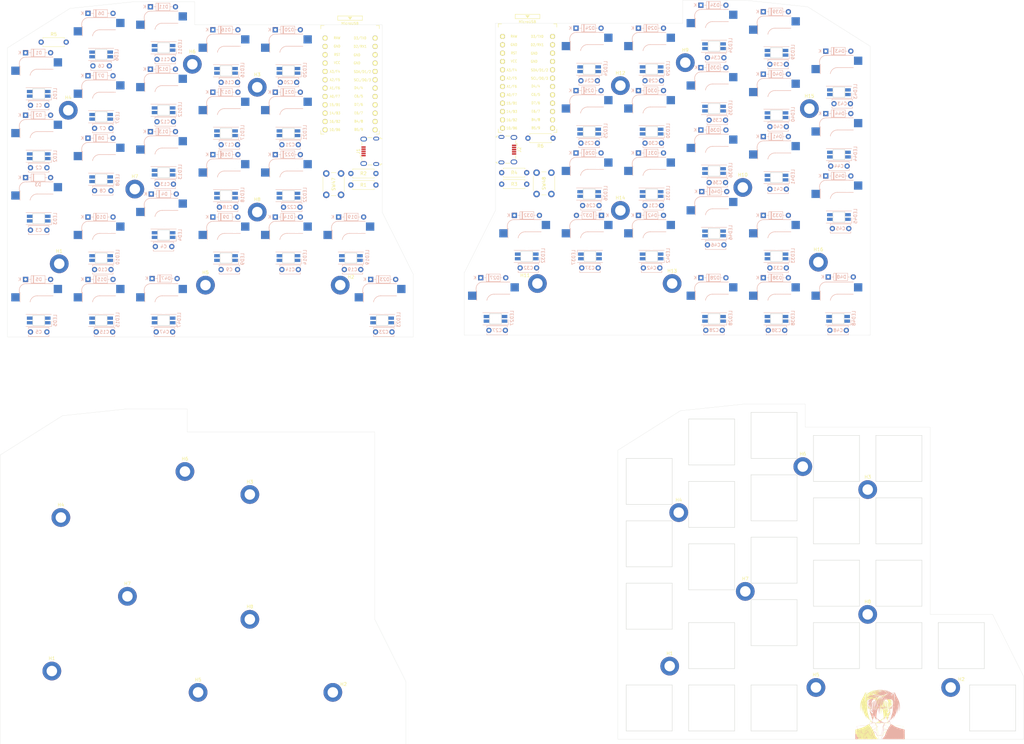
<source format=kicad_pcb>
(kicad_pcb (version 20210925) (generator pcbnew)
  (layers (0 "F.Cu" signal) (31 "B.Cu" signal) (34 "B.Paste" user) (35 "F.Paste" user) (36 "B.SilkS" user "B.Silkscreen") (37 "F.SilkS" user "F.Silkscreen") (38 "B.Mask" user) (39 "F.Mask" user) (44 "Edge.Cuts" user))
  (net 0 "")
  (net 1 "GND")
  (net 2 "+5V")
  (net 3 "Net-(D1-Pad2)")
  (net 4 "/lrow1")
  (net 5 "Net-(D2-Pad2)")
  (net 6 "/lrow2")
  (net 7 "Net-(D3-Pad2)")
  (net 8 "/lrow3")
  (net 9 "Net-(D4-Pad2)")
  (net 10 "/lrow4")
  (net 11 "Net-(D5-Pad2)")
  (net 12 "/lrow0")
  (net 13 "Net-(D6-Pad2)")
  (net 14 "Net-(D7-Pad2)")
  (net 15 "Net-(D8-Pad2)")
  (net 16 "Net-(D9-Pad2)")
  (net 17 "Net-(D10-Pad2)")
  (net 18 "Net-(D11-Pad2)")
  (net 19 "Net-(D12-Pad2)")
  (net 20 "Net-(D13-Pad2)")
  (net 21 "Net-(D14-Pad2)")
  (net 22 "Net-(D15-Pad2)")
  (net 23 "Net-(D16-Pad2)")
  (net 24 "Net-(D17-Pad2)")
  (net 25 "Net-(D18-Pad2)")
  (net 26 "Net-(D19-Pad2)")
  (net 27 "Net-(D20-Pad2)")
  (net 28 "Net-(D21-Pad2)")
  (net 29 "Net-(D22-Pad2)")
  (net 30 "Net-(D23-Pad2)")
  (net 31 "Net-(D24-Pad2)")
  (net 32 "/rrow1")
  (net 33 "Net-(D25-Pad2)")
  (net 34 "/rrow2")
  (net 35 "Net-(D26-Pad2)")
  (net 36 "/rrow3")
  (net 37 "Net-(D27-Pad2)")
  (net 38 "/rrow4")
  (net 39 "Net-(D28-Pad2)")
  (net 40 "/rrow0")
  (net 41 "Net-(D29-Pad2)")
  (net 42 "Net-(D30-Pad2)")
  (net 43 "Net-(D31-Pad2)")
  (net 44 "Net-(D32-Pad2)")
  (net 45 "Net-(D33-Pad2)")
  (net 46 "Net-(D34-Pad2)")
  (net 47 "Net-(D35-Pad2)")
  (net 48 "Net-(D36-Pad2)")
  (net 49 "Net-(D37-Pad2)")
  (net 50 "Net-(D38-Pad2)")
  (net 51 "Net-(D39-Pad2)")
  (net 52 "Net-(D40-Pad2)")
  (net 53 "Net-(D41-Pad2)")
  (net 54 "Net-(D42-Pad2)")
  (net 55 "Net-(D43-Pad2)")
  (net 56 "Net-(D44-Pad2)")
  (net 57 "Net-(D45-Pad2)")
  (net 58 "Net-(D46-Pad2)")
  (net 59 "Net-(LED1-Pad2)")
  (net 60 "Net-(LED1-Pad4)")
  (net 61 "Net-(LED2-Pad2)")
  (net 62 "Net-(LED2-Pad4)")
  (net 63 "Net-(LED3-Pad2)")
  (net 64 "Net-(LED4-Pad2)")
  (net 65 "Net-(LED22-Pad2)")
  (net 66 "Net-(LED10-Pad4)")
  (net 67 "/lLED")
  (net 68 "Net-(LED11-Pad4)")
  (net 69 "Net-(LED12-Pad4)")
  (net 70 "Net-(LED13-Pad4)")
  (net 71 "Net-(LED14-Pad4)")
  (net 72 "Net-(LED10-Pad2)")
  (net 73 "Net-(LED11-Pad2)")
  (net 74 "Net-(LED12-Pad2)")
  (net 75 "Net-(LED13-Pad2)")
  (net 76 "Net-(LED14-Pad2)")
  (net 77 "Net-(LED16-Pad2)")
  (net 78 "Net-(LED17-Pad2)")
  (net 79 "Net-(LED18-Pad2)")
  (net 80 "Net-(LED19-Pad2)")
  (net 81 "Net-(LED24-Pad2)")
  (net 82 "Net-(LED24-Pad4)")
  (net 83 "Net-(LED25-Pad2)")
  (net 84 "Net-(LED26-Pad2)")
  (net 85 "Net-(LED26-Pad4)")
  (net 86 "Net-(LED27-Pad2)")
  (net 87 "Net-(LED28-Pad2)")
  (net 88 "/rLED")
  (net 89 "Net-(LED29-Pad2)")
  (net 90 "Net-(LED30-Pad2)")
  (net 91 "Net-(LED31-Pad2)")
  (net 92 "Net-(LED32-Pad2)")
  (net 93 "Net-(LED33-Pad2)")
  (net 94 "Net-(LED34-Pad2)")
  (net 95 "Net-(LED35-Pad2)")
  (net 96 "Net-(LED36-Pad2)")
  (net 97 "Net-(LED37-Pad2)")
  (net 98 "Net-(LED39-Pad2)")
  (net 99 "Net-(LED40-Pad2)")
  (net 100 "Net-(LED41-Pad2)")
  (net 101 "Net-(LED42-Pad2)")
  (net 103 "/lSDA")
  (net 104 "/lSCL")
  (net 105 "/rSDA")
  (net 106 "/rSCL")
  (net 107 "/lcol0")
  (net 108 "/lcol1")
  (net 109 "/lcol2")
  (net 110 "/lcol3")
  (net 111 "/lcol4")
  (net 112 "/rcol0")
  (net 113 "/rcol1")
  (net 114 "/rcol2")
  (net 115 "/rcol3")
  (net 116 "/rcol4")
  (net 117 "/lRST")
  (net 118 "/rRST")
  (net 129 "Net-(LED21-Pad2)")
  (net 131 "Net-(LED25-Pad4)")
  (net 132 "Net-(LED27-Pad4)")
  (net 135 "Net-(D47-Pad2)")
  (net 136 "Net-(D48-Pad2)")
  (net 137 "Net-(LED23-Pad2)")
  (net 138 "Net-(LED15-Pad2)")
  (net 139 "Net-(LED28-Pad4)")
  (net 140 "Net-(LED38-Pad2)")
  (footprint "Resistor_THT:R_Axial_DIN0207_L6.3mm_D2.5mm_P7.62mm_Horizontal" (layer "F.Cu") (at 175.495 70.755 180)
    (fp_text reference "R3")
    (fp_text value "10k")
  )
  (footprint "kbd:CherryMX_Hotswap" (layer "F.Cu") (at 194.495 31.255)
    (fp_text reference "SW24" hide)
    (fp_text value "SW_Push" hide)
  )
  (footprint "kbd:CherryMX_Hotswap" (layer "F.Cu") (at 194.495 50.255)
    (fp_text reference "SW25" hide)
    (fp_text value "SW_Push" hide)
  )
  (footprint "kbd:CherryMX_Hotswap" (layer "F.Cu") (at 194.495 69.255)
    (fp_text reference "SW26" hide)
    (fp_text value "SW_Push" hide)
  )
  (footprint "kbd:CherryMX_Hotswap" (layer "F.Cu") (at 232.495 107.255)
    (fp_text reference "SW28" hide)
    (fp_text value "SW_Push" hide)
  )
  (footprint "kbd:CherryMX_Hotswap" (layer "F.Cu") (at 213.495 31.255)
    (fp_text reference "SW29" hide)
    (fp_text value "SW_Push" hide)
  )
  (footprint "kbd:CherryMX_Hotswap" (layer "F.Cu") (at 213.495 50.255)
    (fp_text reference "SW30" hide)
    (fp_text value "SW_Push" hide)
  )
  (footprint "kbd:CherryMX_Hotswap" (layer "F.Cu") (at 213.495 69.255)
    (fp_text reference "SW31" hide)
    (fp_text value "SW_Push" hide)
  )
  (footprint "kbd:CherryMX_Hotswap" (layer "F.Cu") (at 251.495 88.255)
    (fp_text reference "SW33" hide)
    (fp_text value "SW_Push" hide)
  )
  (footprint "kbd:CherryMX_Hotswap" (layer "F.Cu") (at 232.495 24.255)
    (fp_text reference "SW34" hide)
    (fp_text value "SW_Push" hide)
  )
  (footprint "kbd:CherryMX_Hotswap" (layer "F.Cu") (at 232.495 43.255)
    (fp_text reference "SW35" hide)
    (fp_text value "SW_Push" hide)
  )
  (footprint "kbd:CherryMX_Hotswap" (layer "F.Cu") (at 232.495 62.255)
    (fp_text reference "SW36" hide)
    (fp_text value "SW_Push" hide)
  )
  (footprint "kbd:CherryMX_Hotswap" (layer "F.Cu") (at 251.495 107.255)
    (fp_text reference "SW38" hide)
    (fp_text value "SW_Push" hide)
  )
  (footprint "kbd:CherryMX_Hotswap" (layer "F.Cu") (at 251.495 26.255)
    (fp_text reference "SW39" hide)
    (fp_text value "SW_Push" hide)
  )
  (footprint "kbd:CherryMX_Hotswap" (layer "F.Cu") (at 251.495 45.255)
    (fp_text reference "SW40" hide)
    (fp_text value "SW_Push" hide)
  )
  (footprint "kbd:CherryMX_Hotswap" (layer "F.Cu") (at 251.495 64.255)
    (fp_text reference "SW41" hide)
    (fp_text value "SW_Push" hide)
  )
  (footprint "kbd:CherryMX_Hotswap" (layer "F.Cu") (at 270.495 38.255)
    (fp_text reference "SW43" hide)
    (fp_text value "SW_Push" hide)
  )
  (footprint "kbd:CherryMX_Hotswap" (layer "F.Cu") (at 270.495 57.255)
    (fp_text reference "SW44" hide)
    (fp_text value "SW_Push" hide)
  )
  (footprint "kbd:CherryMX_Hotswap" (layer "F.Cu") (at 270.495 76.255)
    (fp_text reference "SW45" hide)
    (fp_text value "SW_Push" hide)
  )
  (footprint "Button_Switch_THT:SW_PUSH_6mm_H7.3mm" (layer "F.Cu") (at 178.495 73.755 90)
    (fp_text reference "SW48")
    (fp_text value "SW_Push")
  )
  (footprint "kbd:ProMicro_v3.5" (layer "F.Cu") (at 175.745 40.255)
    (fp_text reference "U2" hide)
    (fp_text value "ProMicro" hide)
  )
  (footprint "kbd:CherryMX_Hotswap" (layer "F.Cu") (at 194.495 88.255)
    (fp_text reference "SW37" hide)
    (fp_text value "SW_Push" hide)
  )
  (footprint "kbd:CherryMX_Hotswap" (layer "F.Cu") (at 213.495 88.255)
    (fp_text reference "SW42" hide)
    (fp_text value "SW_Push" hide)
  )
  (footprint "kbd:CherryMX_Hotswap" (layer "F.Cu") (at 175.495 88.255)
    (fp_text reference "SW32" hide)
    (fp_text value "SW_Push" hide)
  )
  (footprint "kbd:CherryMX_Hotswap" (layer "F.Cu") (at 165.995 107.255)
    (fp_text reference "SW27" hide)
    (fp_text value "SW_Push" hide)
  )
  (footprint "kbd:CherryMX_Hotswap" (layer "F.Cu") (at 232.495 81.255)
    (fp_text reference "SW46" hide)
    (fp_text value "SW_Push" hide)
  )
  (footprint "Resistor_THT:R_Axial_DIN0207_L6.3mm_D2.5mm_P7.62mm_Horizontal" (layer "F.Cu") (at 175.495 67.255 180)
    (fp_text reference "R4")
    (fp_text value "10k")
  )
  (footprint "Resistor_THT:R_Axial_DIN0207_L6.3mm_D2.5mm_P7.62mm_Horizontal" (layer "F.Cu") (at 183.495 56.755 180)
    (fp_text reference "R6")
    (fp_text value "1k")
  )
  (footprint "kbd:CherryMX_Hotswap" (layer "F.Cu") (at 103 50.75)
    (fp_text reference "SW21" hide)
    (fp_text value "SW_Push" hide)
  )
  (footprint "Resistor_THT:R_Axial_DIN0207_L6.3mm_D2.5mm_P7.62mm_Horizontal" (layer "F.Cu") (at 122 71)
    (fp_text reference "R1")
    (fp_text value "10k")
  )
  (footprint "kbd:CherryMX_Hotswap" (layer "F.Cu") (at 84 69.75)
    (fp_text reference "SW18" hide)
    (fp_text value "SW_Push" hide)
  )
  (footprint "Button_Switch_THT:SW_PUSH_6mm_H7.3mm" (layer "F.Cu") (at 114.5 74 90)
    (fp_text reference "SW47")
    (fp_text value "SW_Push")
  )
  (footprint "kbd:CherryMX_Hotswap" (layer "F.Cu") (at 46 64.75)
    (fp_text reference "SW8" hide)
    (fp_text value "SW_Push" hide)
  )
  (footprint "kbd:CherryMX_Hotswap" (layer "F.Cu") (at 103 88.75)
    (fp_text reference "SW14" hide)
    (fp_text value "SW_Push" hide)
  )
  (footprint "kbd:CherryMX_Hotswap" (layer "F.Cu") (at 84 88.75)
    (fp_text reference "SW9" hide)
    (fp_text value "SW_Push" hide)
  )
  (footprint "kbd:CherryMX_Hotswap" (layer "F.Cu") (at 65 24.75)
    (fp_text reference "SW11" hide)
    (fp_text value "SW_Push" hide)
  )
  (footprint "kbd:CherryMX_Hotswap" (layer "F.Cu") (at 122 88.75)
    (fp_text reference "SW19" hide)
    (fp_text value "SW_Push" hide)
  )
  (footprint "kbd:CherryMX_Hotswap" (layer "F.Cu") (at 84 50.75)
    (fp_text reference "SW17" hide)
    (fp_text value "SW_Push" hide)
  )
  (footprint "kbd:CherryMX_Hotswap" (layer "F.Cu") (at 27 107.75)
    (fp_text reference "SW5" hide)
    (fp_text value "SW_Push" hide)
  )
  (footprint "kbd:CherryMX_Hotswap" (layer "F.Cu") (at 65 81.75)
    (fp_text reference "SW4" hide)
    (fp_text value "SW_Push" hide)
  )
  (footprint "kbd:CherryMX_Hotswap" (layer "F.Cu") (at 46 107.75)
    (fp_text reference "SW15" hide)
    (fp_text value "SW_Push" hide)
  )
  (footprint "kbd:CherryMX_Hotswap" (layer "F.Cu") (at 65 43.75)
    (fp_text reference "SW12" hide)
    (fp_text value "SW_Push" hide)
  )
  (footprint "kbd:CherryMX_Hotswap" (layer "F.Cu") (at 46 26.75)
    (fp_text reference "SW6" hide)
    (fp_text value "SW_Push" hide)
  )
  (footprint "Resistor_THT:R_Axial_DIN0207_L6.3mm_D2.5mm_P7.62mm_Horizontal" (layer "F.Cu") (at 122 67.5)
    (fp_text reference "R2")
    (fp_text value "10k")
  )
  (footprint "kbd:ProMicro_v3.5" (layer "F.Cu") (at 121.75 40.75)
    (fp_text reference "U1" hide)
    (fp_text value "ProMicro" hide)
  )
  (footprint "kbd:CherryMX_Hotswap" (layer "F.Cu") (at 131.5 107.75)
    (fp_text reference "SW23" hide)
    (fp_text value "SW_Push" hide)
  )
  (footprint "kbd:CherryMX_Hotswap" (layer "F.Cu") (at 65 62.75)
    (fp_text reference "SW13" hide)
    (fp_text value "SW_Push" hide)
  )
  (footprint "Resistor_THT:R_Axial_DIN0207_L6.3mm_D2.5mm_P7.62mm_Horizontal" (layer "F.Cu") (at 27.75 27.5)
    (fp_text reference "R5")
    (fp_text value "1k")
  )
  (footprint "kbd:CherryMX_Hotswap" (layer "F.Cu") (at 46 45.75)
    (fp_text reference "SW7" hide)
    (fp_text value "SW_Push" hide)
  )
  (footprint "kbd:CherryMX_Hotswap" (layer "F.Cu") (at 103 31.75)
    (fp_text reference "SW20" hide)
    (fp_text value "SW_Push" hide)
  )
  (footprint "kbd:CherryMX_Hotswap" (layer "F.Cu") (at 27 38.75)
    (fp_text reference "SW1" hide)
    (fp_text value "SW_Push" hide)
  )
  (footprint "kbd:CherryMX_Hotswap" (layer "F.Cu") (at 27 57.75)
    (fp_text reference "SW2" hide)
    (fp_text value "SW_Push" hide)
  )
  (footprint "kbd:CherryMX_Hotswap" (layer "F.Cu") (at 84 31.75)
    (fp_text reference "SW16" hide)
    (fp_text value "SW_Push" hide)
  )
  (footprint "kbd:CherryMX_Hotswap" (layer "F.Cu") (at 103 69.75)
    (fp_text reference "SW22" hide)
    (fp_text value "SW_Push" hide)
  )
  (footprint "kbd:CherryMX_Hotswap" (layer "F.Cu") (at 27 76.75)
    (fp_text reference "SW3" hide)
    (fp_text value "SW_Push" hide)
  )
  (footprint "kbd:CherryMX_Hotswap" (layer "F.Cu") (at 46 88.75)
    (fp_text reference "SW10" hide)
    (fp_text value "SW_Push" hide)
  )
  (footprint "kbd:SW_Hole" (layer "F.Cu") (at 212.75 180.25)
    (fp_text reference "SW2" hide)
    (fp_text value "KEY_SWITCH" hide)
    (fp_line (start -7 7) (end 7 7) (layer "Edge.Cuts") (width 0.12))
    (fp_line (start 7 7) (end 7 -7) (layer "Edge.Cuts") (width 0.12))
    (fp_line (start -7 -7) (end -7 7) (layer "Edge.Cuts") (width 0.12))
    (fp_line (start 7 -7) (end -7 -7) (layer "Edge.Cuts") (width 0.12))
  )
  (footprint "MountingHole:MountingHole_3.2mm_M3_ISO7380_Pad" (layer "F.Cu") (at 36 48.25)
    (fp_text reference "H4")
    (fp_text value "MountingHole_Pad")
  )
  (footprint "kbd:SW_Hole" (layer "F.Cu") (at 212.75 199.25)
    (fp_text reference "SW2" hide)
    (fp_text value "KEY_SWITCH" hide)
    (fp_line (start -7 -7) (end -7 7) (layer "Edge.Cuts") (width 0.12))
    (fp_line (start 7 -7) (end -7 -7) (layer "Edge.Cuts") (width 0.12))
    (fp_line (start -7 7) (end 7 7) (layer "Edge.Cuts") (width 0.12))
    (fp_line (start 7 7) (end 7 -7) (layer "Edge.Cuts") (width 0.12))
  )
  (footprint "kbd:SW_Hole" (layer "F.Cu") (at 269.75 192.25)
    (fp_text reference "SW2" hide)
    (fp_text value "KEY_SWITCH" hide)
    (fp_line (start 7 -7) (end -7 -7) (layer "Edge.Cuts") (width 0.12))
    (fp_line (start -7 7) (end 7 7) (layer "Edge.Cuts") (width 0.12))
    (fp_line (start 7 7) (end 7 -7) (layer "Edge.Cuts") (width 0.12))
    (fp_line (start -7 -7) (end -7 7) (layer "Edge.Cuts") (width 0.12))
  )
  (footprint "kbd:SW_Hole" (layer "F.Cu") (at 231.75 149.25)
    (fp_text reference "SW2" hide)
    (fp_text value "KEY_SWITCH" hide)
    (fp_line (start -7 7) (end 7 7) (layer "Edge.Cuts") (width 0.12))
    (fp_line (start 7 -7) (end -7 -7) (layer "Edge.Cuts") (width 0.12))
    (fp_line (start 7 7) (end 7 -7) (layer "Edge.Cuts") (width 0.12))
    (fp_line (start -7 -7) (end -7 7) (layer "Edge.Cuts") (width 0.12))
  )
  (footprint "MountingHole:MountingHole_3.2mm_M3_ISO7380_Pad" (layer "F.Cu") (at 263.5 224)
    (fp_text reference "H5")
    (fp_text value "MountingHole_Pad")
  )
  (footprint "kbd:SW_Hole" (layer "F.Cu") (at 250.75 230.25)
    (fp_text reference "SW2" hide)
    (fp_text value "KEY_SWITCH" hide)
    (fp_line (start -7 7) (end 7 7) (layer "Edge.Cuts") (width 0.12))
    (fp_line (start -7 -7) (end -7 7) (layer "Edge.Cuts") (width 0.12))
    (fp_line (start 7 -7) (end -7 -7) (layer "Edge.Cuts") (width 0.12))
    (fp_line (start 7 7) (end 7 -7) (layer "Edge.Cuts") (width 0.12))
  )
  (footprint "Connector_USB:USB_Micro-B_Wuerth_629105150521" (layer "F.Cu") (at 127.745 60.755 90)
    (fp_text reference "J1")
    (fp_text value "USB_B_Micro")
  )
  (footprint "kbd:CherryMX_Hotswap" (layer "F.Cu") (at 65 107.75)
    (fp_text reference "SW49" hide)
    (fp_text value "SW_Push" hide)
  )
  (footprint "MountingHole:MountingHole_3.2mm_M3_ISO7380_Pad" (layer "F.Cu") (at 261.495 47.755)
    (fp_text reference "H15")
    (fp_text value "MountingHole_Pad")
  )
  (footprint "kbd:SW_Hole" (layer "F.Cu") (at 288.75 192.25)
    (fp_text reference "SW2" hide)
    (fp_text value "KEY_SWITCH" hide)
    (fp_line (start 7 7) (end 7 -7) (layer "Edge.Cuts") (width 0.12))
    (fp_line (start -7 -7) (end -7 7) (layer "Edge.Cuts") (width 0.12))
    (fp_line (start -7 7) (end 7 7) (layer "Edge.Cuts") (width 0.12))
    (fp_line (start 7 -7) (end -7 -7) (layer "Edge.Cuts") (width 0.12))
  )
  (footprint "MountingHole:MountingHole_3.2mm_M3_ISO7380_Pad" (layer "F.Cu") (at 118.75 101.5)
    (fp_text reference "H2")
    (fp_text value "MountingHole_Pad")
  )
  (footprint "MountingHole:MountingHole_3.2mm_M3_ISO7380_Pad" (layer "F.Cu") (at 242 194.75)
    (fp_text reference "H7")
    (fp_text value "MountingHole_Pad")
  )
  (footprint "kbd:SW_Hole" (layer "F.Cu") (at 288.75 173.25)
    (fp_text reference "SW2" hide)
    (fp_text value "KEY_SWITCH" hide)
    (fp_line (start -7 -7) (end -7 7) (layer "Edge.Cuts") (width 0.12))
    (fp_line (start 7 7) (end 7 -7) (layer "Edge.Cuts") (width 0.12))
    (fp_line (start 7 -7) (end -7 -7) (layer "Edge.Cuts") (width 0.12))
    (fp_line (start -7 7) (end 7 7) (layer "Edge.Cuts") (width 0.12))
  )
  (footprint "kbd:edgeworth" (layer "F.Cu") (at 283 232.25)
    (fp_text reference "G***" hide)
    (fp_text value "LOGO" hide)
  )
  (footprint "MountingHole:MountingHole_3.2mm_M3_ISO7380_Pad" (layer "F.Cu") (at 241.245 71.755)
    (fp_text reference "H10")
    (fp_text value "MountingHole_Pad")
  )
  (footprint "MountingHole:MountingHole_3.2mm_M3_ISO7380_Pad" (layer "F.Cu") (at 178.745 101.005)
    (fp_text reference "H11")
    (fp_text value "MountingHole_Pad")
  )
  (footprint "MountingHole:MountingHole_3.2mm_M3_ISO7380_Pad" (layer "F.Cu") (at 279.25 163.75)
    (fp_text reference "H3")
    (fp_text value "MountingHole_Pad")
  )
  (footprint "MountingHole:MountingHole_3.2mm_M3_ISO7380_Pad" (layer "F.Cu") (at 71.5 158.25)
    (fp_text reference "H6")
    (fp_text value "MountingHole_Pad")
  )
  (footprint "kbd:SW_Hole" (layer "F.Cu") (at 288.75 154.25)
    (fp_text reference "SW2" hide)
    (fp_text value "KEY_SWITCH" hide)
    (fp_line (start 7 -7) (end -7 -7) (layer "Edge.Cuts") (width 0.12))
    (fp_line (start -7 -7) (end -7 7) (layer "Edge.Cuts") (width 0.12))
    (fp_line (start 7 7) (end 7 -7) (layer "Edge.Cuts") (width 0.12))
    (fp_line (start -7 7) (end 7 7) (layer "Edge.Cuts") (width 0.12))
  )
  (footprint "MountingHole:MountingHole_3.2mm_M3_ISO7380_Pad" (layer "F.Cu") (at 203.995 78.755)
    (fp_text reference "H14")
    (fp_text value "MountingHole_Pad")
  )
  (footprint "MountingHole:MountingHole_3.2mm_M3_ISO7380_Pad" (layer "F.Cu") (at 31 219)
    (fp_text reference "H1")
    (fp_text value "MountingHole_Pad")
  )
  (footprint "MountingHole:MountingHole_3.2mm_M3_ISO7380_Pad" (layer "F.Cu") (at 33.25 95)
    (fp_text reference "H1")
    (fp_text value "MountingHole_Pad")
  )
  (footprint "MountingHole:MountingHole_3.2mm_M3_ISO7380_Pad" (layer "F.Cu") (at 304.5 224)
    (fp_text reference "H2")
    (fp_text value "MountingHole_Pad")
  )
  (footprint "MountingHole:MountingHole_3.2mm_M3_ISO7380_Pad" (layer "F.Cu") (at 259.5 156.75)
    (fp_text reference "H6")
    (fp_text value "MountingHole_Pad")
  )
  (footprint "Connector_USB:USB_Micro-B_Wuerth_629105150521" (layer "F.Cu") (at 169.75 60.25 -90)
    (fp_text reference "J2")
    (fp_text value "USB_B_Micro")
  )
  (footprint "MountingHole:MountingHole_3.2mm_M3_ISO7380_Pad" (layer "F.Cu") (at 219.745 101.005)
    (fp_text reference "H13")
    (fp_text value "MountingHole_Pad")
  )
  (footprint "kbd:SW_Hole" (layer "F.Cu") (at 269.75 154.25)
    (fp_text reference "SW2" hide)
    (fp_text value "KEY_SWITCH" hide)
    (fp_line (start -7 7) (end 7 7) (layer "Edge.Cuts") (width 0.12))
    (fp_line (start -7 -7) (end -7 7) (layer "Edge.Cuts") (width 0.12))
    (fp_line (start 7 -7) (end -7 -7) (layer "Edge.Cuts") (width 0.12))
    (fp_line (start 7 7) (end 7 -7) (layer "Edge.Cuts") (width 0.12))
  )
  (footprint "MountingHole:MountingHole_3.2mm_M3_ISO7380_Pad" (layer "F.Cu") (at 93.5 79.25)
    (fp_text reference "H8")
    (fp_text value "MountingHole_Pad")
  )
  (footprint "MountingHole:MountingHole_3.2mm_M3_ISO7380_Pad" (layer "F.Cu") (at 223.745 33.755)
    (fp_text reference "H9")
    (fp_text value "MountingHole_Pad")
  )
  (footprint "kbd:SW_Hole" (layer "F.Cu") (at 250.75 147.25)
    (fp_text reference "SW2" hide)
    (fp_text value "KEY_SWITCH" hide)
    (fp_line (start 7 7) (end 7 -7) (layer "Edge.Cuts") (width 0.12))
    (fp_line (start -7 -7) (end -7 7) (layer "Edge.Cuts") (width 0.12))
    (fp_line (start 7 -7) (end -7 -7) (layer "Edge.Cuts") (width 0.12))
    (fp_line (start -7 7) (end 7 7) (layer "Edge.Cuts") (width 0.12))
  )
  (footprint "MountingHole:MountingHole_3.2mm_M3_ISO7380_Pad" (layer "F.Cu") (at 91.25 165.25)
    (fp_text reference "H3")
    (fp_text value "MountingHole_Pad")
  )
  (footprint "kbd:SW_Hole" (layer "F.Cu") (at 212.75 161.25)
    (fp_text reference "SW2" hide)
    (fp_text value "KEY_SWITCH" hide)
    (fp_line (start 7 7) (end 7 -7) (layer "Edge.Cuts") (width 0.12))
    (fp_line (start 7 -7) (end -7 -7) (layer "Edge.Cuts") (width 0.12))
    (fp_line (start -7 -7) (end -7 7) (layer "Edge.Cuts") (width 0.12))
    (fp_line (start -7 7) (end 7 7) (layer "Edge.Cuts") (width 0.12))
  )
  (footprint "MountingHole:MountingHole_3.2mm_M3_ISO7380_Pad" (layer "F.Cu") (at 221.75 170.75)
    (fp_text reference "H4")
    (fp_text value "MountingHole_Pad")
  )
  (footprint "MountingHole:MountingHole_3.2mm_M3_ISO7380_Pad" (layer "F.Cu") (at 219 217.5)
    (fp_text reference "H1")
    (fp_text value "MountingHole_Pad")
  )
  (footprint "MountingHole:MountingHole_3.2mm_M3_ISO7380_Pad" (layer "F.Cu") (at 33.75 172.25)
    (fp_text reference "H4")
    (fp_text value "MountingHole_Pad")
  )
  (footprint "kbd:SW_Hole" (layer "F.Cu") (at 250.75 204.25)
    (fp_text reference "SW2" hide)
    (fp_text value "KEY_SWITCH" hide)
    (fp_line (start -7 7) (end 7 7) (layer "Edge.Cuts") (width 0.12))
    (fp_line (start 7 7) (end 7 -7) (layer "Edge.Cuts") (width 0.12))
    (fp_line (start -7 -7) (end -7 7) (layer "Edge.Cuts") (width 0.12))
    (fp_line (start 7 -7) (end -7 -7) (layer "Edge.Cuts") (width 0.12))
  )
  (footprint "kbd:SW_Hole" (layer "F.Cu") (at 250.75 166.25)
    (fp_text reference "SW2" hide)
    (fp_text value "KEY_SWITCH" hide)
    (fp_line (start 7 -7) (end -7 -7) (layer "Edge.Cuts") (width 0.12))
    (fp_line (start 7 7) (end 7 -7) (layer "Edge.Cuts") (width 0.12))
    (fp_line (start -7 7) (end 7 7) (layer "Edge.Cuts") (width 0.12))
    (fp_line (start -7 -7) (end -7 7) (layer "Edge.Cuts") (width 0.12))
  )
  (footprint "MountingHole:MountingHole_3.2mm_M3_ISO7380_Pad" (layer "F.Cu") (at 75.5 225.5)
    (fp_text reference "H5")
    (fp_text value "MountingHole_Pad")
  )
  (footprint "MountingHole:MountingHole_3.2mm_M3_ISO7380_Pad" (layer "F.Cu") (at 116.5 225.5)
    (fp_text reference "H2")
    (fp_text value "MountingHole_Pad")
  )
  (footprint "MountingHole:MountingHole_3.2mm_M3_ISO7380_Pad" (layer "F.Cu") (at 264.245 94.505)
    (fp_text reference "H16")
    (fp_text value "MountingHole_Pad")
  )
  (footprint "kbd:CherryMX_Hotswap" (layer "F.Cu") (at 270.495 107.255)
    (fp_text reference "SW50" hide)
    (fp_text value "SW_Push" hide)
  )
  (footprint "kbd:SW_Hole" (layer "F.Cu") (at 231.75 230.25)
    (fp_text reference "SW2" hide)
    (fp_text value "KEY_SWITCH" hide)
    (fp_line (start -7 7) (end 7 7) (layer "Edge.Cuts") (width 0.12))
    (fp_line (start 7 7) (end 7 -7) (layer "Edge.Cuts") (width 0.12))
    (fp_line (start 7 -7) (end -7 -7) (layer "Edge.Cuts") (width 0.12))
    (fp_line (start -7 -7) (end -7 7) (layer "Edge.Cuts") (width 0.12))
  )
  (footprint "kbd:SW_Hole" (layer "F.Cu") (at 231.75 211.25)
    (fp_text reference "SW2" hide)
    (fp_text value "KEY_SWITCH" hide)
    (fp_line (start -7 7) (end 7 7) (layer "Edge.Cuts") (width 0.12))
    (fp_line (start -7 -7) (end -7 7) (layer "Edge.Cuts") (width 0.12))
    (fp_line (start 7 7) (end 7 -7) (layer "Edge.Cuts") (width 0.12))
    (fp_line (start 7 -7) (end -7 -7) (layer "Edge.Cuts") (width 0.12))
  )
  (footprint "MountingHole:MountingHole_3.2mm_M3_ISO7380_Pad" (layer "F.Cu") (at 73.75 34.25)
    (fp_text reference "H6")
    (fp_text value "MountingHole_Pad")
  )
  (footprint "kbd:SW_Hole" (layer "F.Cu") (at 317.25 230.25)
    (fp_text reference "SW2" hide)
    (fp_text value "KEY_SWITCH" hide)
    (fp_line (start 7 7) (end 7 -7) (layer "Edge.Cuts") (width 0.12))
    (fp_line (start -7 -7) (end -7 7) (layer "Edge.Cuts") (width 0.12))
    (fp_line (start -7 7) (end 7 7) (layer "Edge.Cuts") (width 0.12))
    (fp_line (start 7 -7) (end -7 -7) (layer "Edge.Cuts") (width 0.12))
  )
  (footprint "kbd:SW_Hole" (layer "F.Cu") (at 231.75 168.25)
    (fp_text reference "SW2" hide)
    (fp_text value "KEY_SWITCH" hide)
    (fp_line (start -7 7) (end 7 7) (layer "Edge.Cuts") (width 0.12))
    (fp_line (start 7 -7) (end -7 -7) (layer "Edge.Cuts") (width 0.12))
    (fp_line (start -7 -7) (end -7 7) (layer "Edge.Cuts") (width 0.12))
    (fp_line (start 7 7) (end 7 -7) (layer "Edge.Cuts") (width 0.12))
  )
  (footprint "kbd:SW_Hole" (layer "F.Cu") (at 231.75 187.25)
    (fp_text reference "SW2" hide)
    (fp_text value "KEY_SWITCH" hide)
    (fp_line (start -7 -7) (end -7 7) (layer "Edge.Cuts") (width 0.12))
    (fp_line (start 7 -7) (end -7 -7) (layer "Edge.Cuts") (width 0.12))
    (fp_line (start -7 7) (end 7 7) (layer "Edge.Cuts") (width 0.12))
    (fp_line (start 7 7) (end 7 -7) (layer "Edge.Cuts") (width 0.12))
  )
  (footprint "kbd:SW_Hole" (layer "F.Cu") (at 212.75 230.25)
    (fp_text reference "SW2" hide)
    (fp_text value "KEY_SWITCH" hide)
    (fp_line (start 7 -7) (end -7 -7) (layer "Edge.Cuts") (width 0.12))
    (fp_line (start -7 7) (end 7 7) (layer "Edge.Cuts") (width 0.12))
    (fp_line (start -7 -7) (end -7 7) (layer "Edge.Cuts") (width 0.12))
    (fp_line (start 7 7) (end 7 -7) (layer "Edge.Cuts") (width 0.12))
  )
  (footprint "kbd:SW_Hole" (layer "F.Cu") (at 250.75 185.25)
    (fp_text reference "SW2" hide)
    (fp_text value "KEY_SWITCH" hide)
    (fp_line (start 7 7) (end 7 -7) (layer "Edge.Cuts") (width 0.12))
    (fp_line (start 7 -7) (end -7 -7) (layer "Edge.Cuts") (width 0.12))
    (fp_line (start -7 7) (end 7 7) (layer "Edge.Cuts") (width 0.12))
    (fp_line (start -7 -7) (end -7 7) (layer "Edge.Cuts") (width 0.12))
  )
  (footprint "MountingHole:MountingHole_3.2mm_M3_ISO7380_Pad" (layer "F.Cu") (at 91.25 203.25)
    (fp_text reference "H8")
    (fp_text value "MountingHole_Pad")
  )
  (footprint "kbd:SW_Hole" (layer "F.Cu") (at 288.75 211.25)
    (fp_text reference "SW2" hide)
    (fp_text value "KEY_SWITCH" hide)
    (fp_line (start 7 -7) (end -7 -7) (layer "Edge.Cuts") (width 0.12))
    (fp_line (start -7 7) (end 7 7) (layer "Edge.Cuts") (width 0.12))
    (fp_line (start 7 7) (end 7 -7) (layer "Edge.Cuts") (width 0.12))
    (fp_line (start -7 -7) (end -7 7) (layer "Edge.Cuts") (width 0.12))
  )
  (footprint "MountingHole:MountingHole_3.2mm_M3_ISO7380_Pad" (layer "F.Cu") (at 279.25 201.75)
    (fp_text reference "H8")
    (fp_text value "MountingHole_Pad")
  )
  (footprint "MountingHole:MountingHole_3.2mm_M3_ISO7380_Pad" (layer "F.Cu") (at 93.5 41.25)
    (fp_text reference "H3")
    (fp_text value "MountingHole_Pad")
  )
  (footprint "kbd:SW_Hole" (layer "F.Cu") (at 269.75 173.25)
    (fp_text reference "SW2" hide)
    (fp_text value "KEY_SWITCH" hide)
    (fp_line (start 7 7) (end 7 -7) (layer "Edge.Cuts") (width 0.12))
    (fp_line (start 7 -7) (end -7 -7) (layer "Edge.Cuts") (width 0.12))
    (fp_line (start -7 -7) (end -7 7) (layer "Edge.Cuts") (width 0.12))
    (fp_line (start -7 7) (end 7 7) (layer "Edge.Cuts") (width 0.12))
  )
  (footprint "MountingHole:MountingHole_3.2mm_M3_ISO7380_Pad" (layer "F.Cu") (at 203.995 40.755)
    (fp_text reference "H12")
    (fp_text value "MountingHole_Pad")
  )
  (footprint "MountingHole:MountingHole_3.2mm_M3_ISO7380_Pad" (layer "F.Cu") (at 77.75 101.5)
    (fp_text reference "H5")
    (fp_text value "MountingHole_Pad")
  )
  (footprint "MountingHole:MountingHole_3.2mm_M3_ISO7380_Pad" (layer "F.Cu") (at 56.25 72.25)
    (fp_text reference "H7")
    (fp_text value "MountingHole_Pad")
  )
  (footprint "MountingHole:MountingHole_3.2mm_M3_ISO7380_Pad" (layer "F.Cu") (at 54 196.25)
    (fp_text reference "H7")
    (fp_text value "MountingHole_Pad")
  )
  (footprint "kbd:SW_Hole" (layer "F.Cu") (at 269.75 211.25)
    (fp_text reference "SW2" hide)
    (fp_text value "KEY_SWITCH" hide)
    (fp_line (start 7 7) (end 7 -7) (layer "Edge.Cuts") (width 0.12))
    (fp_line (start 7 -7) (end -7 -7) (layer "Edge.Cuts") (width 0.12))
    (fp_line (start -7 -7) (end -7 7) (layer "Edge.Cuts") (width 0.12))
    (fp_line (start -7 7) (end 7 7) (layer "Edge.Cuts") (width 0.12))
  )
  (footprint "kbd:SW_Hole" (layer "F.Cu") (at 307.75 211.25)
    (fp_text reference "SW2" hide)
    (fp_text value "KEY_SWITCH" hide)
    (fp_line (start 7 7) (end 7 -7) (layer "Edge.Cuts") (width 0.12))
    (fp_line (start 7 -7) (end -7 -7) (layer "Edge.Cuts") (width 0.12))
    (fp_line (start -7 7) (end 7 7) (layer "Edge.Cuts") (width 0.12))
    (fp_line (start -7 -7) (end -7 7) (layer "Edge.Cuts") (width 0.12))
  )
  (footprint "Capacitor_THT:C_Disc_D6.0mm_W2.5mm_P5.00mm" (layer "B.Cu") (at 191.995 39.255)
    (fp_text reference "C24")
    (fp_text value "0.1uF")
  )
  (footprint "Capacitor_THT:C_Disc_D6.0mm_W2.5mm_P5.00mm" (layer "B.Cu") (at 191.995 58.255)
    (fp_text reference "C25")
    (fp_text value "0.1uF")
  )
  (footprint "Capacitor_THT:C_Disc_D6.0mm_W2.5mm_P5.00mm" (layer "B.Cu") (at 192.495 77.255)
    (fp_text reference "C26")
    (fp_text value "0.1uF")
  )
  (footprint "Capacitor_THT:C_Disc_D6.0mm_W2.5mm_P5.00mm" (layer "B.Cu") (at 163.995 115.255)
    (fp_text reference "C27")
    (fp_text value "0.1uF")
  )
  (footprint "Capacitor_THT:C_Disc_D6.0mm_W2.5mm_P5.00mm" (layer "B.Cu") (at 229.995 115.255)
    (fp_text reference "C28")
    (fp_text value "0.1uF")
  )
  (footprint "Capacitor_THT:C_Disc_D6.0mm_W2.5mm_P5.00mm" (layer "B.Cu") (at 211.495 39.255)
    (fp_text reference "C29")
    (fp_text value "0.1uF")
  )
  (footprint "Capacitor_THT:C_Disc_D6.0mm_W2.5mm_P5.00mm" (layer "B.Cu") (at 211.495 58.255)
    (fp_text reference "C30")
    (fp_text value "0.1uF")
  )
  (footprint "Capacitor_THT:C_Disc_D6.0mm_W2.5mm_P5.00mm" (layer "B.Cu") (at 211.495 77.255)
    (fp_text reference "C31")
    (fp_text value "0.1uF")
  )
  (footprint "Capacitor_THT:C_Disc_D6.0mm_W2.5mm_P5.00mm" (layer "B.Cu") (at 173.495 96.255)
    (fp_text reference "C32")
    (fp_text value "0.1uF")
  )
  (footprint "Capacitor_THT:C_Disc_D6.0mm_W2.5mm_P5.00mm" (layer "B.Cu") (at 249.495 96.255)
    (fp_text reference "C33")
    (fp_text value "0.1uF")
  )
  (footprint "Capacitor_THT:C_Disc_D6.0mm_W2.5mm_P5.00mm" (layer "B.Cu") (at 230.495 32.255)
    (fp_text reference "C34")
    (fp_text value "0.1uF")
  )
  (footprint "Capacitor_THT:C_Disc_D6.0mm_W2.5mm_P5.00mm" (layer "B.Cu") (at 230.995 51.255)
    (fp_text reference "C35")
    (fp_text value "0.1uF")
  )
  (footprint "Capacitor_THT:C_Disc_D6.0mm_W2.5mm_P5.00mm" (layer "B.Cu") (at 230.995 70.255)
    (fp_text reference "C36")
    (fp_text value "0.1uF")
  )
  (footprint "Capacitor_THT:C_Disc_D6.0mm_W2.5mm_P5.00mm" (layer "B.Cu") (at 197.245 96.255 180)
    (fp_text reference "C37")
    (fp_text value "0.1uF")
  )
  (footprint "Capacitor_THT:C_Disc_D6.0mm_W2.5mm_P5.00mm" (layer "B.Cu") (at 248.995 115.255)
    (fp_text reference "C38")
    (fp_text value "0.1uF")
  )
  (footprint "Capacitor_THT:C_Disc_D6.0mm_W2.5mm_P5.00mm" (layer "B.Cu") (at 249.495 34.255)
    (fp_text reference "C39")
    (fp_text value "0.1uF")
  )
  (footprint "Capacitor_THT:C_Disc_D6.0mm_W2.5mm_P5.00mm" (layer "B.Cu") (at 249.495 53.255)
    (fp_text reference "C40")
    (fp_text value "0.1uF")
  )
  (footprint "Capacitor_THT:C_Disc_D6.0mm_W2.5mm_P5.00mm" (layer "B.Cu") (at 249.495 72.255)
    (fp_text reference "C41")
    (fp_text value "0.1uF")
  )
  (footprint "Capacitor_THT:C_Disc_D6.0mm_W2.5mm_P5.00mm" (layer "B.Cu") (at 210.995 96.255)
    (fp_text reference "C42")
    (fp_text value "0.1uF")
  )
  (footprint "Capacitor_THT:C_Disc_D6.0mm_W2.5mm_P5.00mm" (layer "B.Cu") (at 268.995 46.255)
    (fp_text reference "C43")
    (fp_text value "0.1uF")
  )
  (footprint "Capacitor_THT:C_Disc_D6.0mm_W2.5mm_P5.00mm" (layer "B.Cu") (at 267.995 65.255)
    (fp_text reference "C44")
    (fp_text value "0.1uF")
  )
  (footprint "Capacitor_THT:C_Disc_D6.0mm_W2.5mm_P5.00mm" (layer "B.Cu") (at 268.495 84.255)
    (fp_text reference "C45")
    (fp_text value "0.1uF")
  )
  (footprint "Diode_THT:D_DO-35_SOD27_P7.62mm_Horizontal" (layer "B.Cu") (at 190.495 23.255)
    (fp_text reference "D24")
    (fp_text value "1N4148")
  )
  (footprint "Diode_THT:D_DO-35_SOD27_P7.62mm_Horizontal" (layer "B.Cu") (at 161.495 99.255)
    (fp_text reference "D27")
    (fp_text value "1N4148")
  )
  (footprint "Diode_THT:D_DO-35_SOD27_P7.62mm_Horizontal" (layer "B.Cu") (at 228.495 99.255)
    (fp_text reference "D28")
    (fp_text value "1N4148")
  )
  (footprint "Diode_THT:D_DO-35_SOD27_P7.62mm_Horizontal" (layer "B.Cu") (at 209.495 23.255)
    (fp_text reference "D29")
    (fp_text value "1N4148")
  )
  (footprint "Diode_THT:D_DO-35_SOD27_P7.62mm_Horizontal" (layer "B.Cu") (at 209.495 42.255)
    (fp_text reference "D30")
    (fp_text value "1N4148")
  )
  (footprint "Diode_THT:D_DO-35_SOD27_P7.62mm_Horizontal" (layer "B.Cu") (at 171.745 80.255)
    (fp_text reference "D32")
    (fp_text value "1N4148")
  )
  (footprint "Diode_THT:D_DO-35_SOD27_P7.62mm_Horizontal" (layer "B.Cu") (at 228.495 16.255)
    (fp_text reference "D34")
    (fp_text value "1N4148")
  )
  (footprint "Diode_THT:D_DO-35_SOD27_P7.62mm_Horizontal" (layer "B.Cu") (at 228.495 35.255)
    (fp_text reference "D35")
    (fp_text value "1N4148")
  )
  (footprint "Diode_THT:D_DO-35_SOD27_P7.62mm_Horizontal" (layer "B.Cu") (at 247.495 99.255)
    (fp_text reference "D38")
    (fp_text value "1N4148")
  )
  (footprint "Diode_THT:D_DO-35_SOD27_P7.62mm_Horizontal" (layer "B.Cu") (at 247.495 37.255)
    (fp_text reference "D40")
    (fp_text value "1N4148")
  )
  (footprint "Diode_THT:D_DO-35_SOD27_P7.62mm_Horizontal" (layer "B.Cu") (at 247.495 56.255)
    (fp_text reference "D41")
    (fp_text value "1N4148")
  )
  (footprint "Diode_THT:D_DO-35_SOD27_P7.62mm_Horizontal" (layer "B.Cu") (at 209.495 80.255)
    (fp_text reference "D42")
    (fp_text value "1N4148")
  )
  (footprint "Diode_THT:D_DO-35_SOD27_P7.62mm_Horizontal" (layer "B.Cu") (at 266.495 30.255)
    (fp_text reference "D43")
    (fp_text value "1N4148")
  )
  (footprint "Diode_THT:D_DO-35_SOD27_P7.62mm_Horizontal" (layer "B.Cu") (at 266.495 49.255)
    (fp_text reference "D44")
    (fp_text value "1N4148")
  )
  (footprint "Diode_THT:D_DO-35_SOD27_P7.62mm_Horizontal" (layer "B.Cu") (at 266.495 68.255)
    (fp_text reference "D45")
    (fp_text value "1N4148")
  )
  (footprint "kbd:YS-SK6812MINI-E" (layer "B.Cu") (at 194.495 35.755 180)
    (fp_text reference "LED24")
    (fp_text value "YS-SK6812MINI-E")
    (fp_line (start 1.8 1.55) (end -1.8 1.55) (layer "Edge.Cuts") (width 0.12))
    (fp_line (start -1.8 -1.55) (end 1.8 -1.55) (layer "Edge.Cuts") (width 0.12))
    (fp_line (start -1.8 1.55) (end -1.8 -1.55) (layer "Edge.Cuts") (width 0.12))
    (fp_line (start 1.8 -1.55) (end 1.8 1.55) (layer "Edge.Cuts") (width 0.12))
  )
  (footprint "kbd:YS-SK6812MINI-E" (layer "B.Cu") (at 194.495 54.755 180)
    (fp_text reference "LED25")
    (fp_text value "YS-SK6812MINI-E")
    (fp_line (start 1.8 -1.55) (end 1.8 1.55) (layer "Edge.Cuts") (width 0.12))
    (fp_line (start 1.8 1.55) (end -1.8 1.55) (layer "Edge.Cuts") (width 0.12))
    (fp_line (start -1.8 1.55) (end -1.8 -1.55) (layer "Edge.Cuts") (width 0.12))
    (fp_line (start -1.8 -1.55) (end 1.8 -1.55) (layer "Edge.Cuts") (width 0.12))
  )
  (footprint "kbd:YS-SK6812MINI-E" (layer "B.Cu") (at 194.495 73.755 180)
    (fp_text reference "LED26")
    (fp_text value "YS-SK6812MINI-E")
    (fp_line (start -1.8 -1.55) (end 1.8 -1.55) (layer "Edge.Cuts") (width 0.12))
    (fp_line (start 1.8 -1.55) (end 1.8 1.55) (layer "Edge.Cuts") (width 0.12))
    (fp_line (start 1.8 1.55) (end -1.8 1.55) (layer "Edge.Cuts") (width 0.12))
    (fp_line (start -1.8 1.55) (end -1.8 -1.55) (layer "Edge.Cuts") (width 0.12))
  )
  (footprint "kbd:YS-SK6812MINI-E" (layer "B.Cu") (at 165.995 111.755 180)
    (fp_text reference "LED27")
    (fp_text value "YS-SK6812MINI-E")
    (fp_line (start 1.8 -1.55) (end 1.8 1.55) (layer "Edge.Cuts") (width 0.12))
    (fp_line (start -1.8 -1.55) (end 1.8 -1.55) (layer "Edge.Cuts") (width 0.12))
    (fp_line (start -1.8 1.55) (end -1.8 -1.55) (layer "Edge.Cuts") (width 0.12))
    (fp_line (start 1.8 1.55) (end -1.8 1.55) (layer "Edge.Cuts") (width 0.12))
  )
  (footprint "kbd:YS-SK6812MINI-E" (layer "B.Cu") (at 232.495 111.755 180)
    (fp_text reference "LED28")
    (fp_text value "YS-SK6812MINI-E")
    (fp_line (start -1.8 -1.55) (end 1.8 -1.55) (layer "Edge.Cuts") (width 0.12))
    (fp_line (start -1.8 1.55) (end -1.8 -1.55) (layer "Edge.Cuts") (width 0.12))
    (fp_line (start 1.8 -1.55) (end 1.8 1.55) (layer "Edge.Cuts") (width 0.12))
    (fp_line (start 1.8 1.55) (end -1.8 1.55) (layer "Edge.Cuts") (width 0.12))
  )
  (footprint "kbd:YS-SK6812MINI-E" (layer "B.Cu") (at 213.495 35.755 180)
    (fp_text reference "LED29")
    (fp_text value "YS-SK6812MINI-E")
    (fp_line (start -1.8 1.55) (end -1.8 -1.55) (layer "Edge.Cuts") (width 0.12))
    (fp_line (start 1.8 1.55) (end -1.8 1.55) (layer "Edge.Cuts") (width 0.12))
    (fp_line (start -1.8 -1.55) (end 1.8 -1.55) (layer "Edge.Cuts") (width 0.12))
    (fp_line (start 1.8 -1.55) (end 1.8 1.55) (layer "Edge.Cuts") (width 0.12))
  )
  (footprint "kbd:YS-SK6812MINI-E" (layer "B.Cu") (at 213.495 54.755 180)
    (fp_text reference "LED30")
    (fp_text value "YS-SK6812MINI-E")
    (fp_line (start -1.8 1.55) (end -1.8 -1.55) (layer "Edge.Cuts") (width 0.12))
    (fp_line (start 1.8 1.55) (end -1.8 1.55) (layer "Edge.Cuts") (width 0.12))
    (fp_line (start -1.8 -1.55) (end 1.8 -1.55) (layer "Edge.Cuts") (width 0.12))
    (fp_line (start 1.8 -1.55) (end 1.8 1.55) (layer "Edge.Cuts") (width 0.12))
  )
  (footprint "kbd:YS-SK6812MINI-E" (layer "B.Cu") (at 213.495 73.755 180)
    (fp_text reference "LED31")
    (fp_text value "YS-SK6812MINI-E")
    (fp_line (start -1.8 -1.55) (end 1.8 -1.55) (layer "Edge.Cuts") (width 0.12))
    (fp_line (start -1.8 1.55) (end -1.8 -1.55) (layer "Edge.Cuts") (width 0.12))
    (fp_line (start 1.8 1.55) (end -1.8 1.55) (layer "Edge.Cuts") (width 0.12))
    (fp_line (start 1.8 -1.55) (end 1.8 1.55) (layer "Edge.Cuts") (width 0.12))
  )
  (footprint "kbd:YS-SK6812MINI-E" (layer "B.Cu") (at 175.495 92.755 180)
    (fp_text reference "LED32")
    (fp_text value "YS-SK6812MINI-E")
    (fp_line (start -1.8 1.55) (end -1.8 -1.55) (layer "Edge.Cuts") (width 0.12))
    (fp_line (start -1.8 -1.55) (end 1.8 -1.55) (layer "Edge.Cuts") (width 0.12))
    (fp_line (start 1.8 1.55) (end -1.8 1.55) (layer "Edge.Cuts") (width 0.12))
    (fp_line (start 1.8 -1.55) (end 1.8 1.55) (layer "Edge.Cuts") (width 0.12))
  )
  (footprint "kbd:YS-SK6812MINI-E" (layer "B.Cu") (at 251.495 92.755 180)
    (fp_text reference "LED33")
    (fp_text value "YS-SK6812MINI-E")
    (fp_line (start -1.8 -1.55) (end 1.8 -1.55) (layer "Edge.Cuts") (width 0.12))
    (fp_line (start -1.8 1.55) (end -1.8 -1.55) (layer "Edge.Cuts") (width 0.12))
    (fp_line (start 1.8 1.55) (end -1.8 1.55) (layer "Edge.Cuts") (width 0.12))
    (fp_line (start 1.8 -1.55) (end 1.8 1.55) (layer "Edge.Cuts") (width 0.12))
  )
  (footprint "kbd:YS-SK6812MINI-E" (layer "B.Cu") (at 232.495 28.755 180)
    (fp_text reference "LED34")
    (fp_text value "YS-SK6812MINI-E")
    (fp_line (start 1.8 1.55) (end -1.8 1.55) (layer "Edge.Cuts") (width 0.12))
    (fp_line (start -1.8 1.55) (end -1.8 -1.55) (layer "Edge.Cuts") (width 0.12))
    (fp_line (start -1.8 -1.55) (end 1.8 -1.55) (layer "Edge.Cuts") (width 0.12))
    (fp_line (start 1.8 -1.55) (end 1.8 1.55) (layer "Edge.Cuts") (width 0.12))
  )
  (footprint "kbd:YS-SK6812MINI-E" (layer "B.Cu") (at 232.495 47.755 180)
    (fp_text reference "LED35")
    (fp_text value "YS-SK6812MINI-E")
    (fp_line (start 1.8 -1.55) (end 1.8 1.55) (layer "Edge.Cuts") (width 0.12))
    (fp_line (start -1.8 1.55) (end -1.8 -1.55) (layer "Edge.Cuts") (width 0.12))
    (fp_line (start 1.8 1.55) (end -1.8 1.55) (layer "Edge.Cuts") (width 0.12))
    (fp_line (start -1.8 -1.55) (end 1.8 -1.55) (layer "Edge.Cuts") (width 0.12))
  )
  (footprint "kbd:YS-SK6812MINI-E" (layer "B.Cu") (at 232.495 66.755 180)
    (fp_text reference "LED36")
    (fp_text value "YS-SK6812MINI-E")
    (fp_line (start 1.8 -1.55) (end 1.8 1.55) (layer "Edge.Cuts") (width 0.12))
    (fp_line (start -1.8 -1.55) (end 1.8 -1.55) (layer "Edge.Cuts") (width 0.12))
    (fp_line (start 1.8 1.55) (end -1.8 1.55) (layer "Edge.Cuts") (width 0.12))
    (fp_line (start -1.8 1.55) (end -1.8 -1.55) (layer "Edge.Cuts") (width 0.12))
  )
  (footprint "kbd:YS-SK6812MINI-E" (layer "B.Cu") (at 194.745 92.755)
    (fp_text reference "LED37")
    (fp_text value "YS-SK6812MINI-E")
    (fp_line (start -1.8 1.55) (end -1.8 -1.55) (layer "Edge.Cuts") (width 0.12))
    (fp_line (start 1.8 -1.55) (end 1.8 1.55) (layer "Edge.Cuts") (width 0.12))
    (fp_line (start 1.8 1.55) (end -1.8 1.55) (layer "Edge.Cuts") (width 0.12))
    (fp_line (start -1.8 -1.55) (end 1.8 -1.55) (layer "Edge.Cuts") (width 0.12))
  )
  (footprint "kbd:YS-SK6812MINI-E" (layer "B.Cu") (at 251.495 111.755 180)
    (fp_text reference "LED38")
    (fp_text value "YS-SK6812MINI-E")
    (fp_line (start 1.8 1.55) (end -1.8 1.55) (layer "Edge.Cuts") (width 0.12))
    (fp_line (start -1.8 -1.55) (end 1.8 -1.55) (layer "Edge.Cuts") (width 0.12))
    (fp_line (start 1.8 -1.55) (end 1.8 1.55) (layer "Edge.Cuts") (width 0.12))
    (fp_line (start -1.8 1.55) (end -1.8 -1.55) (layer "Edge.Cuts") (width 0.12))
  )
  (footprint "kbd:YS-SK6812MINI-E" (layer "B.Cu") (at 251.495 30.755 180)
    (fp_text reference "LED39")
    (fp_text value "YS-SK6812MINI-E")
    (fp_line (start 1.8 -1.55) (end 1.8 1.55) (layer "Edge.Cuts") (width 0.12))
    (fp_line (start -1.8 1.55) (end -1.8 -1.55) (layer "Edge.Cuts") (width 0.12))
    (fp_line (start 1.8 1.55) (end -1.8 1.55) (layer "Edge.Cuts") (width 0.12))
    (fp_line (start -1.8 -1.55) (end 1.8 -1.55) (layer "Edge.Cuts") (width 0.12))
  )
  (footprint "kbd:YS-SK6812MINI-E" (layer "B.Cu") (at 251.495 49.755 180)
    (fp_text reference "LED40")
    (fp_text value "YS-SK6812MINI-E")
    (fp_line (start 1.8 1.55) (end -1.8 1.55) (layer "Edge.Cuts") (width 0.12))
    (fp_line (start 1.8 -1.55) (end 1.8 1.55) (layer "Edge.Cuts") (width 0.12))
    (fp_line (start -1.8 1.55) (end -1.8 -1.55) (layer "Edge.Cuts") (width 0.12))
    (fp_line (start -1.8 -1.55) (end 1.8 -1.55) (layer "Edge.Cuts") (width 0.12))
  )
  (footprint "kbd:YS-SK6812MINI-E" (layer "B.Cu") (at 251.495 68.755 180)
    (fp_text reference "LED41")
    (fp_text value "YS-SK6812MINI-E")
    (fp_line (start 1.8 1.55) (end -1.8 1.55) (layer "Edge.Cuts") (width 0.12))
    (fp_line (start 1.8 -1.55) (end 1.8 1.55) (layer "Edge.Cuts") (width 0.12))
    (fp_line (start -1.8 1.55) (end -1.8 -1.55) (layer "Edge.Cuts") (width 0.12))
    (fp_line (start -1.8 -1.55) (end 1.8 -1.55) (layer "Edge.Cuts") (width 0.12))
  )
  (footprint "kbd:YS-SK6812MINI-E" (layer "B.Cu") (at 213.495 92.755 180)
    (fp_text reference "LED42")
    (fp_text value "YS-SK6812MINI-E")
    (fp_line (start -1.8 1.55) (end -1.8 -1.55) (layer "Edge.Cuts") (width 0.12))
    (fp_line (start -1.8 -1.55) (end 1.8 -1.55) (layer "Edge.Cuts") (width 0.12))
    (fp_line (start 1.8 -1.55) (end 1.8 1.55) (layer "Edge.Cuts") (width 0.12))
    (fp_line (start 1.8 1.55) (end -1.8 1.55) (layer "Edge.Cuts") (width 0.12))
  )
  (footprint "kbd:YS-SK6812MINI-E" (layer "B.Cu") (at 270.495 42.755 180)
    (fp_text reference "LED43")
    (fp_text value "YS-SK6812MINI-E")
    (fp_line (start 1.8 1.55) (end -1.8 1.55) (layer "Edge.Cuts") (width 0.12))
    (fp_line (start -1.8 1.55) (end -1.8 -1.55) (layer "Edge.Cuts") (width 0.12))
    (fp_line (start 1.8 -1.55) (end 1.8 1.55) (layer "Edge.Cuts") (width 0.12))
    (fp_line (start -1.8 -1.55) (end 1.8 -1.55) (layer "Edge.Cuts") (width 0.12))
  )
  (footprint "kbd:YS-SK6812MINI-E" (layer "B.Cu") (at 270.495 61.755 180)
    (fp_text reference "LED44")
    (fp_text value "YS-SK6812MINI-E")
    (fp_line (start 1.8 1.55) (end -1.8 1.55) (layer "Edge.Cuts") (width 0.12))
    (fp_line (start -1.8 -1.55) (end 1.8 -1.55) (layer "Edge.Cuts") (width 0.12))
    (fp_line (start -1.8 1.55) (end -1.8 -1.55) (layer "Edge.Cuts") (width 0.12))
    (fp_line (start 1.8 -1.55) (end 1.8 1.55) (layer "Edge.Cuts") (width 0.12))
  )
  (footprint "kbd:YS-SK6812MINI-E" (layer "B.Cu") (at 270.495 80.755 180)
    (fp_text reference "LED45")
    (fp_text value "YS-SK6812MINI-E")
    (fp_line (start -1.8 1.55) (end -1.8 -1.55) (layer "Edge.Cuts") (width 0.12))
    (fp_line (start 1.8 1.55) (end -1.8 1.55) (layer "Edge.Cuts") (width 0.12))
    (fp_line (start -1.8 -1.55) (end 1.8 -1.55) (layer "Edge.Cuts") (width 0.12))
    (fp_line (start 1.8 -1.55) (end 1.8 1.55) (layer "Edge.Cuts") (width 0.12))
  )
  (footprint "Diode_THT:D_DO-35_SOD27_P7.62mm_Horizontal" (layer "B.Cu") (at 190.495 42.255)
    (fp_text reference "D25")
    (fp_text value "1N4148")
  )
  (footprint "Diode_THT:D_DO-35_SOD27_P7.62mm_Horizontal" (layer "B.Cu") (at 190.495 61.255)
    (fp_text reference "D26")
    (fp_text value "1N4148")
  )
  (footprint "Diode_THT:D_DO-35_SOD27_P7.62mm_Horizontal" (layer "B.Cu") (at 209.495 61.255)
    (fp_text reference "D31")
    (fp_text value "1N4148")
  )
  (footprint "Diode_THT:D_DO-35_SOD27_P7.62mm_Horizontal" (layer "B.Cu") (at 247.495 80.255)
    (fp_text reference "D33")
    (fp_text value "1N4148")
  )
  (footprint "Diode_THT:D_DO-35_SOD27_P7.62mm_Horizontal" (layer "B.Cu") (at 228.495 54.255)
    (fp_text reference "D36")
    (fp_text value "1N4148")
  )
  (footprint "Diode_THT:D_DO-35_SOD27_P7.62mm_Horizontal" (layer "B.Cu") (at 198.245 80.255 180)
    (fp_text reference "D37")
    (fp_text value "1N4148")
  )
  (footprint "Diode_THT:D_DO-35_SOD27_P7.62mm_Horizontal" (layer "B.Cu") (at 247.495 18.255)
    (fp_text reference "D39")
    (fp_text value "1N4148")
  )
  (footprint "Capacitor_THT:C_Disc_D6.0mm_W2.5mm_P5.00mm" (layer "B.Cu") (at 230.495 89.255)
    (fp_text reference "C46")
    (fp_text value "0.1uF")
  )
  (footprint "Diode_THT:D_DO-35_SOD27_P7.62mm_Horizontal" (layer "B.Cu") (at 228.745 73.005)
    (fp_text reference "D46")
    (fp_text value "1N4148")
  )
  (footprint "kbd:YS-SK6812MINI-E" (layer "B.Cu") (at 232.495 85.755 180)
    (fp_text reference "LED46")
    (fp_text value "YS-SK6812MINI-E")
    (fp_line (start -1.8 1.55) (end -1.8 -1.55) (layer "Edge.Cuts") (width 0.12))
    (fp_line (start 1.8 -1.55) (end 1.8 1.55) (layer "Edge.Cuts") (width 0.12))
    (fp_line (start 1.8 1.55) (end -1.8 1.55) (layer "Edge.Cuts") (width 0.12))
    (fp_line (start -1.8 -1.55) (end 1.8 -1.55) (layer "Edge.Cuts") (width 0.12))
  )
  (footprint "Capacitor_THT:C_Disc_D6.0mm_W2.5mm_P5.00mm" (layer "B.Cu") (at 43.5 34.75)
    (fp_text reference "C6")
    (fp_text value "0.1uF")
  )
  (footprint "Diode_THT:D_DO-35_SOD27_P7.62mm_Horizontal" (layer "B.Cu") (at 99 42.75)
    (fp_text reference "D21")
    (fp_text value "1N4148")
  )
  (footprint "Diode_THT:D_DO-35_SOD27_P7.62mm_Horizontal" (layer "B.Cu") (at 61 54.75)
    (fp_text reference "D13")
    (fp_text value "1N4148")
  )
  (footprint "Capacitor_THT:C_Disc_D6.0mm_W2.5mm_P5.00mm" (layer "B.Cu") (at 62.5 89.75)
    (fp_text reference "C4")
    (fp_text value "0.1uF")
  )
  (footprint "kbd:YS-SK6812MINI-E" (layer "B.Cu") (at 27 112.25 180)
    (fp_text reference "LED5")
    (fp_text value "YS-SK6812MINI-E")
    (fp_line (start 1.8 -1.55) (end 1.8 1.55) (layer "Edge.Cuts") (width 0.12))
    (fp_line (start -1.8 1.55) (end -1.8 -1.55) (layer "Edge.Cuts") (width 0.12))
    (fp_line (start 1.8 1.55) (end -1.8 1.55) (layer "Edge.Cuts") (width 0.12))
    (fp_line (start -1.8 -1.55) (end 1.8 -1.55) (layer "Edge.Cuts") (width 0.12))
  )
  (footprint "Capacitor_THT:C_Disc_D6.0mm_W2.5mm_P5.00mm" (layer "B.Cu") (at 44 96.75)
    (fp_text reference "C10")
    (fp_text value "0.1uF")
  )
  (footprint "Diode_THT:D_DO-35_SOD27_P7.62mm_Horizontal" (layer "B.Cu") (at 61.25 73.75)
    (fp_text reference "D4")
    (fp_text value "1N4148")
  )
  (footprint "Capacitor_THT:C_Disc_D6.0mm_W2.5mm_P5.00mm" (layer "B.Cu") (at 101 96.75)
    (fp_text reference "C14")
    (fp_text value "0.1uF")
  )
  (footprint "kbd:YS-SK6812MINI-E" (layer "B.Cu") (at 46 31.25 180)
    (fp_text reference "LED6")
    (fp_text value "YS-SK6812MINI-E")
    (fp_line (start 1.8 1.55) (end -1.8 1.55) (layer "Edge.Cuts") (width 0.12))
    (fp_line (start -1.8 -1.55) (end 1.8 -1.55) (layer "Edge.Cuts") (width 0.12))
    (fp_line (start -1.8 1.55) (end -1.8 -1.55) (layer "Edge.Cuts") (width 0.12))
    (fp_line (start 1.8 -1.55) (end 1.8 1.55) (layer "Edge.Cuts") (width 0.12))
  )
  (footprint "kbd:YS-SK6812MINI-E" (layer "B.Cu") (at 103 55.25 180)
    (fp_text reference "LED21")
    (fp_text value "YS-SK6812MINI-E")
    (fp_line (start -1.8 1.55) (end -1.8 -1.55) (layer "Edge.Cuts") (width 0.12))
    (fp_line (start 1.8 1.55) (end -1.8 1.55) (layer "Edge.Cuts") (width 0.12))
    (fp_line (start -1.8 -1.55) (end 1.8 -1.55) (layer "Edge.Cuts") (width 0.12))
    (fp_line (start 1.8 -1.55) (end 1.8 1.55) (layer "Edge.Cuts") (width 0.12))
  )
  (footprint "Capacitor_THT:C_Disc_D6.0mm_W2.5mm_P5.00mm" (layer "B.Cu") (at 63 70.75)
    (fp_text reference "C13")
    (fp_text value "0.1uF")
  )
  (footprint "Capacitor_THT:C_Disc_D6.0mm_W2.5mm_P5.00mm" (layer "B.Cu") (at 82.5 96.75)
    (fp_text reference "C9")
    (fp_text value "0.1uF")
  )
  (footprint "Capacitor_THT:C_Disc_D6.0mm_W2.5mm_P5.00mm" (layer "B.Cu") (at 129.5 115.75)
    (fp_text reference "C23")
    (fp_text value "0.1uF")
  )
  (footprint "Capacitor_THT:C_Disc_D6.0mm_W2.5mm_P5.00mm" (layer "B.Cu") (at 44 72.75)
    (fp_text reference "C8")
    (fp_text value "0.1uF")
  )
  (footprint "Diode_THT:D_DO-35_SOD27_P7.62mm_Horizontal" (layer "B.Cu") (at 42 56.75)
    (fp_text reference "D8")
    (fp_text value "1N4148")
  )
  (footprint "kbd:YS-SK6812MINI-E" (layer "B.Cu") (at 65 29.25 180)
    (fp_text reference "LED11")
    (fp_text value "YS-SK6812MINI-E")
    (fp_line (start 1.8 -1.55) (end 1.8 1.55) (layer "Edge.Cuts") (width 0.12))
    (fp_line (start -1.8 1.55) (end -1.8 -1.55) (layer "Edge.Cuts") (width 0.12))
    (fp_line (start -1.8 -1.55) (end 1.8 -1.55) (layer "Edge.Cuts") (width 0.12))
    (fp_line (start 1.8 1.55) (end -1.8 1.55) (layer "Edge.Cuts") (width 0.12))
  )
  (footprint "Diode_THT:D_DO-35_SOD27_P7.62mm_Horizontal" (layer "B.Cu") (at 42 18.75)
    (fp_text reference "D6")
    (fp_text value "1N4148")
  )
  (footprint "Capacitor_THT:C_Disc_D6.0mm_W2.5mm_P5.00mm" (layer "B.Cu") (at 101 58.75)
    (fp_text reference "C21")
    (fp_text value "0.1uF")
  )
  (footprint "Diode_THT:D_DO-35_SOD27_P7.62mm_Horizontal" (layer "B.Cu") (at 128 99.75)
    (fp_text reference "D23")
    (fp_text value "1N4148")
  )
  (footprint "Capacitor_THT:C_Disc_D6.0mm_W2.5mm_P5.00mm" (layer "B.Cu") (at 63 51.75)
    (fp_text reference "C12")
    (fp_text value "0.1uF")
  )
  (footprint "kbd:YS-SK6812MINI-E" (layer "B.Cu") (at 84 93.25 180)
    (fp_text reference "LED9")
    (fp_text value "YS-SK6812MINI-E")
    (fp_line (start -1.8 -1.55) (end 1.8 -1.55) (layer "Edge.Cuts") (width 0.12))
    (fp_line (start 1.8 -1.55) (end 1.8 1.55) (layer "Edge.Cuts") (width 0.12))
    (fp_line (start -1.8 1.55) (end -1.8 -1.55) (layer "Edge.Cuts") (width 0.12))
    (fp_line (start 1.8 1.55) (end -1.8 1.55) (layer "Edge.Cuts") (width 0.12))
  )
  (footprint "kbd:YS-SK6812MINI-E" (layer "B.Cu") (at 27 62.25 180)
    (fp_text reference "LED2")
    (fp_text value "YS-SK6812MINI-E")
    (fp_line (start 1.8 -1.55) (end 1.8 1.55) (layer "Edge.Cuts") (width 0.12))
    (fp_line (start -1.8 -1.55) (end 1.8 -1.55) (layer "Edge.Cuts") (width 0.12))
    (fp_line (start -1.8 1.55) (end -1.8 -1.55) (layer "Edge.Cuts") (width 0.12))
    (fp_line (start 1.8 1.55) (end -1.8 1.55) (layer "Edge.Cuts") (width 0.12))
  )
  (footprint "Diode_THT:D_DO-35_SOD27_P7.62mm_Horizontal" (layer "B.Cu") (at 23 49.75)
    (fp_text reference "D2")
    (fp_text value "1N4148")
  )
  (footprint "Capacitor_THT:C_Disc_D6.0mm_W2.5mm_P5.00mm" (layer "B.Cu") (at 44 53.75)
    (fp_text reference "C7")
    (fp_text value "0.1uF")
  )
  (footprint "Diode_THT:D_DO-35_SOD27_P7.62mm_Horizontal" (layer "B.Cu") (at 23 68.75)
    (fp_text reference "D3")
    (fp_text value "1N4148")
  )
  (footprint "Capacitor_THT:C_Disc_D6.0mm_W2.5mm_P5.00mm" (layer "B.Cu") (at 82.5 39.75)
    (fp_text reference "C16")
    (fp_text value "0.1uF")
  )
  (footprint "Diode_THT:D_DO-35_SOD27_P7.62mm_Horizontal" (layer "B.Cu") (at 42 80.75)
    (fp_text reference "D10")
    (fp_text value "1N4148")
  )
  (footprint "kbd:YS-SK6812MINI-E" (layer "B.Cu") (at 27 81.25 180)
    (fp_text reference "LED3")
    (fp_text value "YS-SK6812MINI-E")
    (fp_line (start -1.8 1.55) (end -1.8 -1.55) (layer "Edge.Cuts") (width 0.12))
    (fp_line (start 1.8 -1.55) (end 1.8 1.55) (layer "Edge.Cuts") (width 0.12))
    (fp_line (start -1.8 -1.55) (end 1.8 -1.55) (layer "Edge.Cuts") (width 0.12))
    (fp_line (start 1.8 1.55) (end -1.8 1.55) (layer "Edge.Cuts") (width 0.12))
  )
  (footprint "Capacitor_THT:C_Disc_D6.0mm_W2.5mm_P5.00mm" (layer "B.Cu") (at 24.5 46.75)
    (fp_text reference "C1")
    (fp_text value "0.1uF")
  )
  (footprint "kbd:YS-SK6812MINI-E" (layer "B.Cu") (at 46 93.25 180)
    (fp_text reference "LED10")
    (fp_text value "YS-SK6812MINI-E")
    (fp_line (start 1.8 1.55) (end -1.8 1.55) (layer "Edge.Cuts") (width 0.12))
    (fp_line (start 1.8 -1.55) (end 1.8 1.55) (layer "Edge.Cuts") (width 0.12))
    (fp_line (start -1.8 -1.55) (end 1.8 -1.55) (layer "Edge.Cuts") (width 0.12))
    (fp_line (start -1.8 1.55) (end -1.8 -1.55) (layer "Edge.Cuts") (width 0.12))
  )
  (footprint "Capacitor_THT:C_Disc_D6.0mm_W2.5mm_P5.00mm" (layer "B.Cu") (at 24.5 65.75)
    (fp_text reference "C2")
    (fp_text value "0.1uF")
  )
  (footprint "Capacitor_THT:C_Disc_D6.0mm_W2.5mm_P5.00mm" (layer "B.Cu") (at 120 96.75)
    (fp_text reference "C19")
    (fp_text value "0.1uF")
  )
  (footprint "kbd:YS-SK6812MINI-E" (layer "B.Cu") (at 27 43.25 180)
    (fp_text reference "LED1")
    (fp_text value "YS-SK6812MINI-E")
    (fp_line (start 1.8 1.55) (end -1.8 1.55) (layer "Edge.Cuts") (width 0.12))
    (fp_line (start -1.8 1.55) (end -1.8 -1.55) (layer "Edge.Cuts") (width 0.12))
    (fp_line (start -1.8 -1.55) (end 1.8 -1.55) (layer "Edge.Cuts") (width 0.12))
    (fp_line (start 1.8 -1.55) (end 1.8 1.55) (layer "Edge.Cuts") (width 0.12))
  )
  (footprint "Capacitor_THT:C_Disc_D6.0mm_W2.5mm_P5.00mm" (layer "B.Cu") (at 82 77.75)
    (fp_text reference "C18")
    (fp_text value "0.1uF")
  )
  (footprint "kbd:YS-SK6812MINI-E" (layer "B.Cu") (at 65 86.25 180)
    (fp_text reference "LED4")
    (fp_text value "YS-SK6812MINI-E")
    (fp_line (start 1.8 -1.55) (end 1.8 1.55) (layer "Edge.Cuts") (width 0.12))
    (fp_line (start -1.8 1.55) (end -1.8 -1.55) (layer "Edge.Cuts") (width 0.12))
    (fp_line (start -1.8 -1.55) (end 1.8 -1.55) (layer "Edge.Cuts") (width 0.12))
    (fp_line (start 1.8 1.55) (end -1.8 1.55) (layer "Edge.Cuts") (width 0.12))
  )
  (footprint "Capacitor_THT:C_Disc_D6.0mm_W2.5mm_P5.00mm" (layer "B.Cu") (at 82.5 58.75)
    (fp_text reference "C17")
    (fp_text value "0.1uF")
  )
  (footprint "Diode_THT:D_DO-35_SOD27_P7.62mm_Horizontal" (layer "B.Cu") (at 23 99.75)
    (fp_text reference "D5")
    (fp_text value "1N4148")
  )
  (footprint "Capacitor_THT:C_Disc_D6.0mm_W2.5mm_P5.00mm" (layer "B.Cu") (at 24.5 84.75)
    (fp_text reference "C3")
    (fp_text value "0.1uF")
  )
  (footprint "Diode_THT:D_DO-35_SOD27_P7.62mm_Horizontal" (layer "B.Cu") (at 61 35.75)
    (fp_text reference "D12")
    (fp_text value "1N4148")
  )
  (footprint "Capacitor_THT:C_Disc_D6.0mm_W2.5mm_P5.00mm" (layer "B.Cu") (at 63 32.75)
    (fp_text reference "C11")
    (fp_text value "0.1uF")
  )
  (footprint "kbd:YS-SK6812MINI-E" (layer "B.Cu") (at 131.5 112.25 180)
    (fp_text reference "LED23")
    (fp_text value "YS-SK6812MINI-E")
    (fp_line (start 1.8 1.55) (end -1.8 1.55) (layer "Edge.Cuts") (width 0.12))
    (fp_line (start 1.8 -1.55) (end 1.8 1.55) (layer "Edge.Cuts") (width 0.12))
    (fp_line (start -1.8 1.55) (end -1.8 -1.55) (layer "Edge.Cuts") (width 0.12))
    (fp_line (start -1.8 -1.55) (end 1.8 -1.55) (layer "Edge.Cuts") (width 0.12))
  )
  (footprint "Diode_THT:D_DO-35_SOD27_P7.62mm_Horizontal" (layer "B.Cu") (at 99 23.75)
    (fp_text reference "D20")
    (fp_text value "1N4148")
  )
  (footprint "Capacitor_THT:C_Disc_D6.0mm_W2.5mm_P5.00mm" (layer "B.Cu") (at 24.5 115.75)
    (fp_text reference "C5")
    (fp_text value "0.1uF")
  )
  (footprint "Diode_THT:D_DO-35_SOD27_P7.62mm_Horizontal" (layer "B.Cu") (at 80 80.75)
    (fp_text reference "D9")
    (fp_text value "1N4148")
  )
  (footprint "Diode_THT:D_DO-35_SOD27_P7.62mm_Horizontal" (layer "B.Cu") (at 80 61.75)
    (fp_text reference "D18")
    (fp_text value "1N4148")
  )
  (footprint "Diode_THT:D_DO-35_SOD27_P7.62mm_Horizontal" (layer "B.Cu") (at 80 42.75)
    (fp_text reference "D17")
    (fp_text value "1N4148")
  )
  (footprint "kbd:YS-SK6812MINI-E" (layer "B.Cu") (at 65 48.25 180)
    (fp_text reference "LED12")
    (fp_text value "YS-SK6812MINI-E")
    (fp_line (start 1.8 1.55) (end -1.8 1.55) (layer "Edge.Cuts") (width 0.12))
    (fp_line (start -1.8 -1.55) (end 1.8 -1.55) (layer "Edge.Cuts") (width 0.12))
    (fp_line (start 1.8 -1.55) (end 1.8 1.55) (layer "Edge.Cuts") (width 0.12))
    (fp_line (start -1.8 1.55) (end -1.8 -1.55) (layer "Edge.Cuts") (width 0.12))
  )
  (footprint "Diode_THT:D_DO-35_SOD27_P7.62mm_Horizontal" (layer "B.Cu") (at 42 99.75)
    (fp_text reference "D15")
    (fp_text value "1N4148")
  )
  (footprint "kbd:YS-SK6812MINI-E" (layer "B.Cu") (at 103 74.25 180)
    (fp_text reference "LED22")
    (fp_text value "YS-SK6812MINI-E")
    (fp_line (start -1.8 -1.55) (end 1.8 -1.55) (layer "Edge.Cuts") (width 0.12))
    (fp_line (start 1.8 -1.55) (end 1.8 1.55) (layer "Edge.Cuts") (width 0.12))
    (fp_line (start 1.8 1.55) (end -1.8 1.55) (layer "Edge.Cuts") (width 0.12))
    (fp_line (start -1.8 1.55) (end -1.8 -1.55) (layer "Edge.Cuts") (width 0.12))
  )
  (footprint "kbd:YS-SK6812MINI-E" (layer "B.Cu") (at 46 50.25 180)
    (fp_text reference "LED7")
    (fp_text value "YS-SK6812MINI-E")
    (fp_line (start 1.8 -1.55) (end 1.8 1.55) (layer "Edge.Cuts") (width 0.12))
    (fp_line (start 1.8 1.55) (end -1.8 1.55) (layer "Edge.Cuts") (width 0.12))
    (fp_line (start -1.8 -1.55) (end 1.8 -1.55) (layer "Edge.Cuts") (width 0.12))
    (fp_line (start -1.8 1.55) (end -1.8 -1.55) (layer "Edge.Cuts") (width 0.12))
  )
  (footprint "kbd:YS-SK6812MINI-E" (layer "B.Cu") (at 103 93.25 180)
    (fp_text reference "LED14")
    (fp_text value "YS-SK6812MINI-E")
    (fp_line (start 1.8 -1.55) (end 1.8 1.55) (layer "Edge.Cuts") (width 0.12))
    (fp_line (start -1.8 -1.55) (end 1.8 -1.55) (layer "Edge.Cuts") (width 0.12))
    (fp_line (start 1.8 1.55) (end -1.8 1.55) (layer "Edge.Cuts") (width 0.12))
    (fp_line (start -1.8 1.55) (end -1.8 -1.55) (layer "Edge.Cuts") (width 0.12))
  )
  (footprint "Capacitor_THT:C_Disc_D6.0mm_W2.5mm_P5.00mm" (layer "B.Cu") (at 100.5 39.75)
    (fp_text reference "C20")
    (fp_text value "0.1uF")
  )
  (footprint "kbd:YS-SK6812MINI-E" (layer "B.Cu") (at 84 74.25 180)
    (fp_text reference "LED18")
    (fp_text value "YS-SK6812MINI-E")
    (fp_line (start -1.8 1.55) (end -1.8 -1.55) (layer "Edge.Cuts") (width 0.12))
    (fp_line (start 1.8 -1.55) (end 1.8 1.55) (layer "Edge.Cuts") (width 0.12))
    (fp_line (start -1.8 -1.55) (end 1.8 -1.55) (layer "Edge.Cuts") (width 0.12))
    (fp_line (start 1.8 1.55) (end -1.8 1.55) (layer "Edge.Cuts") (width 0.12))
  )
  (footprint "kbd:YS-SK6812MINI-E" (layer "B.Cu") (at 46 69.25 180)
    (fp_text reference "LED8")
    (fp_text value "YS-SK6812MINI-E")
    (fp_line (start 1.8 -1.55) (end 1.8 1.55) (layer "Edge.Cuts") (width 0.12))
    (fp_line (start -1.8 1.55) (end -1.8 -1.55) (layer "Edge.Cuts") (width 0.12))
    (fp_line (start 1.8 1.55) (end -1.8 1.55) (layer "Edge.Cuts") (width 0.12))
    (fp_line (start -1.8 -1.55) (end 1.8 -1.55) (layer "Edge.Cuts") (width 0.12))
  )
  (footprint "kbd:YS-SK6812MINI-E" (layer "B.Cu") (at 122 93.25 180)
    (fp_text reference "LED19")
    (fp_text value "YS-SK6812MINI-E")
    (fp_line (start -1.8 -1.55) (end 1.8 -1.55) (layer "Edge.Cuts") (width 0.12))
    (fp_line (start -1.8 1.55) (end -1.8 -1.55) (layer "Edge.Cuts") (width 0.12))
    (fp_line (start 1.8 -1.55) (end 1.8 1.55) (layer "Edge.Cuts") (width 0.12))
    (fp_line (start 1.8 1.55) (end -1.8 1.55) (layer "Edge.Cuts") (width 0.12))
  )
  (footprint "Diode_THT:D_DO-35_SOD27_P7.62mm_Horizontal" (layer "B.Cu") (at 99 61.75)
    (fp_text reference "D22")
    (fp_text value "1N4148")
  )
  (footprint "Diode_THT:D_DO-35_SOD27_P7.62mm_Horizontal" (layer "B.Cu") (at 99 80.75)
    (fp_text reference "D14")
    (fp_text value "1N4148")
  )
  (footprint "kbd:YS-SK6812MINI-E" (layer "B.Cu") (at 84 55.25 180)
    (fp_text reference "LED17")
    (fp_text value "YS-SK6812MINI-E")
    (fp_line (start -1.8 -1.55) (end 1.8 -1.55) (layer "Edge.Cuts") (width 0.12))
    (fp_line (start -1.8 1.55) (end -1.8 -1.55) (layer "Edge.Cuts") (width 0.12))
    (fp_line (start 1.8 -1.55) (end 1.8 1.55) (layer "Edge.Cuts") (width 0.12))
    (fp_line (start 1.8 1.55) (end -1.8 1.55) (layer "Edge.Cuts") (width 0.12))
  )
  (footprint "Diode_THT:D_DO-35_SOD27_P7.62mm_Horizontal" (layer "B.Cu") (at 61 16.75)
    (fp_text reference "D11")
    (fp_text value "1N4148")
  )
  (footprint "Diode_THT:D_DO-35_SOD27_P7.62mm_Horizontal" (layer "B.Cu") (at 42 37.75)
    (fp_text reference "D7")
    (fp_text value "1N4148")
  )
  (footprint "Diode_THT:D_DO-35_SOD27_P7.62mm_Horizontal" (layer "B.Cu") (at 23 30.75)
    (fp_text reference "D1")
    (fp_text value "1N4148")
  )
  (footprint "Diode_THT:D_DO-35_SOD27_P7.62mm_Horizontal" (layer "B.Cu") (at 80 23.75)
    (fp_text reference "D16")
    (fp_text value "1N4148")
  )
  (footprint "Diode_THT:D_DO-35_SOD27_P7.62mm_Horizontal" (layer "B.Cu") (at 118.25 80.75)
    (fp_text reference "D19")
    (fp_text value "1N4148")
  )
  (footprint "kbd:YS-SK6812MINI-E" (layer "B.Cu") (at 84 36.25 180)
    (fp_text reference "LED16")
    (fp_text value "YS-SK6812MINI-E")
    (fp_line (start 1.8 1.55) (end -1.8 1.55) (layer "Edge.Cuts") (width 0.12))
    (fp_line (start 1.8 -1.55) (end 1.8 1.55) (layer "Edge.Cuts") (width 0.12))
    (fp_line (start -1.8 1.55) (end -1.8 -1.55) (layer "Edge.Cuts") (width 0.12))
    (fp_line (start -1.8 -1.55) (end 1.8 -1.55) (layer "Edge.Cuts") (width 0.12))
  )
  (footprint "kbd:YS-SK6812MINI-E" (layer "B.Cu") (at 65 67.25 180)
    (fp_text reference "LED13")
    (fp_text value "YS-SK6812MINI-E")
    (fp_line (start -1.8 -1.55) (end 1.8 -1.55) (layer "Edge.Cuts") (width 0.12))
    (fp_line (start -1.8 1.55) (end -1.8 -1.55) (layer "Edge.Cuts") (width 0.12))
    (fp_line (start 1.8 1.55) (end -1.8 1.55) (layer "Edge.Cuts") (width 0.12))
    (fp_line (start 1.8 -1.55) (end 1.8 1.55) (layer "Edge.Cuts") (width 0.12))
  )
  (footprint "Capacitor_THT:C_Disc_D6.0mm_W2.5mm_P5.00mm" (layer "B.Cu") (at 44.5 115.75)
    (fp_text reference "C15")
    (fp_text value "0.1uF")
  )
  (footprint "Capacitor_THT:C_Disc_D6.0mm_W2.5mm_P5.00mm" (layer "B.Cu") (at 101.5 77.75)
    (fp_text reference "C22")
    (fp_text value "0.1uF")
  )
  (footprint "kbd:YS-SK6812MINI-E" (layer "B.Cu") (at 46 112.25 180)
    (fp_text reference "LED15")
    (fp_text value "YS-SK6812MINI-E")
    (fp_line (start 1.8 -1.55) (end 1.8 1.55) (layer "Edge.Cuts") (width 0.12))
    (fp_line (start 1.8 1.55) (end -1.8 1.55) (layer "Edge.Cuts") (width 0.12))
    (fp_line (start -1.8 -1.55) (end 1.8 -1.55) (layer "Edge.Cuts") (width 0.12))
    (fp_line (start -1.8 1.55) (end -1.8 -1.55) (layer "Edge.Cuts") (width 0.12))
  )
  (footprint "kbd:YS-SK6812MINI-E" (layer "B.Cu") (at 103 36.25 180)
    (fp_text reference "LED20")
    (fp_text value "YS-SK6812MINI-E")
    (fp_line (start 1.8 -1.55) (end 1.8 1.55) (layer "Edge.Cuts") (width 0.12))
    (fp_line (start -1.8 1.55) (end -1.8 -1.55) (layer "Edge.Cuts") (width 0.12))
    (fp_line (start 1.8 1.55) (end -1.8 1.55) (layer "Edge.Cuts") (width 0.12))
    (fp_line (start -1.8 -1.55) (end 1.8 -1.55) (layer "Edge.Cuts") (width 0.12))
  )
  (footprint "kbd:YS-SK6812MINI-E" (layer "B.Cu") (at 270.245 111.755 180)
    (fp_text reference "LED48")
    (fp_text value "YS-SK6812MINI-E")
    (fp_line (start -1.8 1.55) (end -1.8 -1.55) (layer "Edge.Cuts") (width 0.12))
    (fp_line (start 1.8 1.55) (end -1.8 1.55) (layer "Edge.Cuts") (width 0.12))
    (fp_line (start 1.8 -1.55) (end 1.8 1.55) (layer "Edge.Cuts") (width 0.12))
    (fp_line (start -1.8 -1.55) (end 1.8 -1.55) (layer "Edge.Cuts") (width 0.12))
  )
  (footprint "Diode_THT:D_DO-35_SOD27_P7.62mm_Horizontal" (layer "B.Cu") (at 267.245 99.005)
    (fp_text reference "D48")
    (fp_text value "1N4148")
  )
  (footprint "Diode_THT:D_DO-35_SOD27_P7.62mm_Horizontal" (layer "B.Cu") (at 61.5 99.5)
    (fp_text reference "D47")
    (fp_text value "1N4148")
  )
  (footprint "kbd:YS-SK6812MINI-E" (layer "B.Cu") (at 65 112.25 180)
    (fp_text reference "LED47")
    (fp_text value "YS-SK6812MINI-E")
    (fp_line (start 1.8 -1.55) (end 1.8 1.55) (layer "Edge.Cuts") (width 0.12))
    (fp_line (start -1.8 1.55) (end -1.8 -1.55) (layer "Edge.Cuts") (width 0.12))
    (fp_line (start 1.8 1.55) (end -1.8 1.55) (layer "Edge.Cuts") (width 0.12))
    (fp_line (start -1.8 -1.55) (end 1.8 -1.55) (layer "Edge.Cuts") (width 0.12))
  )
  (footprint "kbd:edgeworth" (layer "B.Cu") (at 283 232.25 180)
    (fp_text reference "G***" hide)
    (fp_text value "LOGO" hide)
  )
  (footprint "Capacitor_THT:C_Disc_D6.0mm_W2.5mm_P5.00mm" (layer "B.Cu") (at 267.745 115.255)
    (fp_text reference "C48")
    (fp_text value "0.1uF")
  )
  (footprint "Capacitor_THT:C_Disc_D6.0mm_W2.5mm_P5.00mm" (layer "B.Cu") (at 62.75 115.75)
    (fp_text reference "C47")
    (fp_text value "0.1uF")
  )
  (gr_line (start 156.495 116.755) (end 156.495 97.755) (layer "Edge.Cuts") (width 0.05))
  (gr_line (start 72.25 139.25) (end 53.25 139.25) (layer "Edge.Cuts") (width 0.05))
  (gr_line (start 222.25 139.75) (end 203.25 151.75) (layer "Edge.Cuts") (width 0.05))
  (gr_line (start 279.995 28.755) (end 279.995 116.755) (layer "Edge.Cuts") (width 0.05))
  (gr_line (start 326.75 239.75) (end 326.75 220.75) (layer "Edge.Cuts") (width 0.05))
  (gr_line (start 138.75 241.25) (end 138.75 222.25) (layer "Edge.Cuts") (width 0.05))
  (gr_line (start 298.25 201.75) (end 317.25 201.75) (layer "Edge.Cuts") (width 0.05))
  (gr_line (start 298.25 144.75) (end 260.25 144.75) (layer "Edge.Cuts") (width 0.05))
  (gr_line (start 298.25 201.75) (end 298.25 144.75) (layer "Edge.Cuts") (width 0.05))
  (gr_line (start 74.5 15.25) (end 55.5 15.25) (layer "Edge.Cuts") (width 0.05))
  (gr_line (start 72.25 146.25) (end 72.25 139.25) (layer "Edge.Cuts") (width 0.05))
  (gr_line (start 15.25 153.25) (end 15.25 241.25) (layer "Edge.Cuts") (width 0.05))
  (gr_line (start 74.5 22.25) (end 74.5 15.25) (layer "Edge.Cuts") (width 0.05))
  (gr_line (start 260.25 137.75) (end 241.25 137.75) (layer "Edge.Cuts") (width 0.05))
  (gr_line (start 131.5 22.25) (end 74.5 22.25) (layer "Edge.Cuts") (width 0.05))
  (gr_line (start 241.25 137.75) (end 222.25 139.75) (layer "Edge.Cuts") (width 0.05))
  (gr_line (start 279.995 116.755) (end 156.495 116.755) (layer "Edge.Cuts") (width 0.05))
  (gr_line (start 165.995 21.755) (end 222.995 21.755) (layer "Edge.Cuts") (width 0.05))
  (gr_line (start 36.5 17.25) (end 17.5 29.25) (layer "Edge.Cuts") (width 0.05))
  (gr_line (start 55.5 15.25) (end 36.5 17.25) (layer "Edge.Cuts") (width 0.05))
  (gr_line (start 165.995 78.755) (end 165.995 21.755) (layer "Edge.Cuts") (width 0.05))
  (gr_line (start 222.995 21.755) (end 222.995 14.755) (layer "Edge.Cuts") (width 0.05))
  (gr_line (start 34.25 141.25) (end 15.25 153.25) (layer "Edge.Cuts") (width 0.05))
  (gr_line (start 53.25 139.25) (end 34.25 141.25) (layer "Edge.Cuts") (width 0.05))
  (gr_line (start 156.495 97.755) (end 165.995 78.755) (layer "Edge.Cuts") (width 0.05))
  (gr_line (start 222.995 14.755) (end 241.995 14.755) (layer "Edge.Cuts") (width 0.05))
  (gr_line (start 141 117.25) (end 141 98.25) (layer "Edge.Cuts") (width 0.05))
  (gr_line (start 129.25 203.25) (end 129.25 146.25) (layer "Edge.Cuts") (width 0.05))
  (gr_line (start 138.75 222.25) (end 129.25 203.25) (layer "Edge.Cuts") (width 0.05))
  (gr_line (start 241.995 14.755) (end 260.995 16.755) (layer "Edge.Cuts") (width 0.05))
  (gr_line (start 129.25 146.25) (end 72.25 146.25) (layer "Edge.Cuts") (width 0.05))
  (gr_line (start 141 98.25) (end 131.5 79.25) (layer "Edge.Cuts") (width 0.05))
  (gr_line (start 131.5 79.25) (end 131.5 22.25) (layer "Edge.Cuts") (width 0.05))
  (gr_line (start 260.995 16.755) (end 279.995 28.755) (layer "Edge.Cuts") (width 0.05))
  (gr_line (start 260.25 144.75) (end 260.25 137.75) (layer "Edge.Cuts") (width 0.05))
  (gr_line (start 203.25 151.75) (end 203.25 239.75) (layer "Edge.Cuts") (width 0.05))
  (gr_line (start 15.25 241.25) (end 138.75 241.25) (layer "Edge.Cuts") (width 0.05))
  (gr_line (start 17.5 29.25) (end 17.5 117.25) (layer "Edge.Cuts") (width 0.05))
  (gr_line (start 17.5 117.25) (end 141 117.25) (layer "Edge.Cuts") (width 0.05))
  (gr_line (start 203.25 239.75) (end 326.75 239.75) (layer "Edge.Cuts") (width 0.05))
  (gr_line (start 326.75 220.75) (end 317.25 201.75) (layer "Edge.Cuts") (width 0.05))
)
</source>
